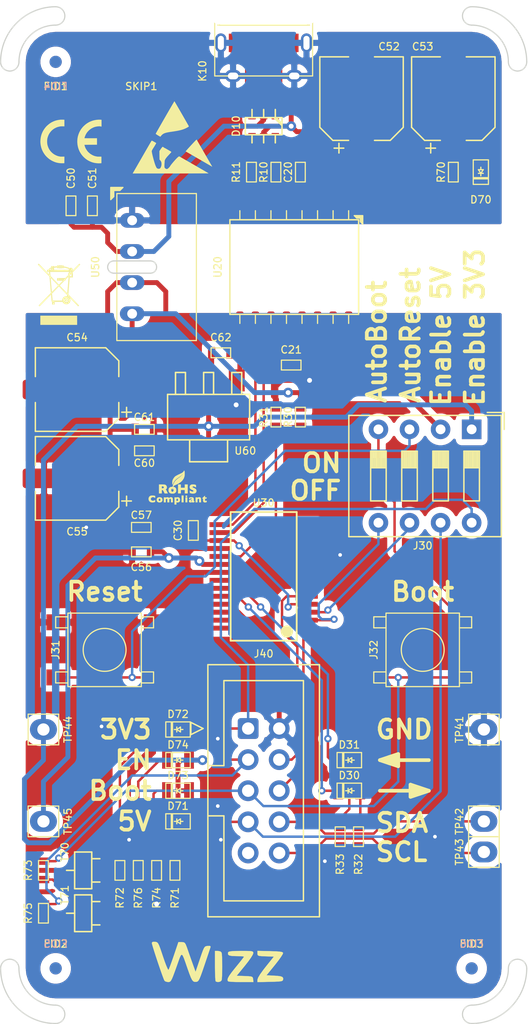
<source format=kicad_pcb>
(kicad_pcb (version 20211014) (generator pcbnew)
  (layers (0 "F.Cu" signal) (31 "B.Cu" signal) (34 "B.Paste" user) (35 "F.Paste" user) (36 "B.SilkS" user "B.Silkscreen") (37 "F.SilkS" user "F.Silkscreen") (38 "B.Mask" user) (39 "F.Mask" user) (44 "Edge.Cuts" user))
  (net 0 "")
  (net 1 "GND")
  (net 2 "3V3")
  (net 3 "VUSB")
  (net 4 "Net-(C30-Pad1)")
  (net 5 "GND2")
  (net 6 "VCC")
  (net 7 "Net-(D10-Pad6)")
  (net 8 "Net-(D10-Pad4)")
  (net 9 "Net-(D10-Pad3)")
  (net 10 "Net-(D10-Pad1)")
  (net 11 "Net-(D30-Pad2)")
  (net 12 "Net-(D30-Pad1)")
  (net 13 "Net-(D31-Pad2)")
  (net 14 "Net-(D31-Pad1)")
  (net 15 "Net-(D70-Pad1)")
  (net 16 "Net-(D71-Pad2)")
  (net 17 "Net-(D71-Pad1)")
  (net 18 "Net-(D72-Pad2)")
  (net 19 "Net-(D72-Pad1)")
  (net 20 "Net-(J30-Pad4)")
  (net 21 "Net-(J30-Pad3)")
  (net 22 "Net-(J30-Pad6)")
  (net 23 "Net-(J30-Pad5)")
  (net 24 "Net-(J40-Pad10)")
  (net 25 "Net-(J40-Pad8)")
  (net 26 "Net-(J40-Pad6)")
  (net 27 "Net-(J40-Pad4)")
  (net 28 "Net-(R10-Pad2)")
  (net 29 "Net-(R11-Pad2)")
  (net 30 "Net-(R30-Pad2)")
  (net 31 "Net-(U20-Pad11)")
  (net 32 "Net-(U20-Pad10)")
  (net 33 "Net-(D73-Pad1)")
  (net 34 "Net-(D74-Pad1)")
  (net 35 "Net-(R73-Pad2)")
  (net 36 "Net-(R74-Pad1)")
  (net 37 "Net-(R75-Pad2)")
  (net 38 "Net-(R76-Pad1)")
  (net 39 "Net-(C20-Pad1)")
  (net 40 "Net-(C21-Pad1)")
  (footprint "_obudowy:C_0603" (layer "F.Cu") (at 14.25 -38.75 90)
    (fp_text reference "C30")
    (fp_text value "100n")
  )
  (footprint "_obudowy:C_0603" (layer "F.Cu") (at 4.25 -65.25 90)
    (fp_text reference "C50")
    (fp_text value "100n")
  )
  (footprint "Capacitor_SMD:CP_Elec_6.3x7.7" (layer "F.Cu") (at 4.75 -50.25 180)
    (fp_text reference "C54")
    (fp_text value "220u")
  )
  (footprint "_obudowy:C_0603" (layer "F.Cu") (at 10.25 -45.25)
    (fp_text reference "C60")
    (fp_text value "1u")
  )
  (footprint "_obudowy:C_0603" (layer "F.Cu") (at 10.25 -47)
    (fp_text reference "C61")
    (fp_text value "100n")
  )
  (footprint "_obudowy:C_0603" (layer "F.Cu") (at 16.5 -53.25)
    (fp_text reference "C62")
    (fp_text value "100n")
  )
  (footprint "_obudowy:SOT23-6" (layer "F.Cu") (at 20 -71.75 180)
    (fp_text reference "D10")
    (fp_text value "USBLC6-2")
  )
  (footprint "_obudowy:LED_0805" (layer "F.Cu") (at 27 -17.5)
    (fp_text reference "D30")
    (fp_text value "OF-SMD2012R")
  )
  (footprint "_obudowy:LED_0805" (layer "F.Cu") (at 27 -20)
    (fp_text reference "D31")
    (fp_text value "OF-SMD2012G")
  )
  (footprint "_obudowy:LED_0805" (layer "F.Cu") (at 13 -15)
    (fp_text reference "D71")
    (fp_text value "OF-SMD2012W")
  )
  (footprint "_obudowy:Fiducial_1.00mm_ring0.5mm" (layer "F.Cu") (at 3 -77)
    (fp_text reference "FID1")
    (fp_text value "_FIDUCIAL" hide)
  )
  (footprint "_obudowy:Fiducial_1.00mm_ring0.5mm" (layer "F.Cu") (at 3 -3 180)
    (fp_text reference "FID2")
    (fp_text value "_FIDUCIAL" hide)
  )
  (footprint "w_logo:Logo_silk_CE_5x3.6mm" (layer "F.Cu") (at 4.25 -70.5)
    (fp_text reference "ICON1" hide)
    (fp_text value "CE" hide)
  )
  (footprint "w_logo:Logo_silk_WEEE_3.4x5mm" (layer "F.Cu") (at 3.25 -58)
    (fp_text reference "ICON2" hide)
    (fp_text value "WEEE" hide)
  )
  (footprint "w_logo:Logo_silk_ROHS_5x2.8mm" (layer "F.Cu") (at 13 -42.25)
    (fp_text reference "ICON3" hide)
    (fp_text value "RoHS" hide)
  )
  (footprint "Symbol:ESD-Logo_6.6x6mm_SilkScreen" (layer "F.Cu") (at 12.55 -70.85)
    (fp_text reference "ICON4" hide)
    (fp_text value "ESD" hide)
  )
  (footprint "_obudowy:TACT_6x6_SMD" (layer "F.Cu") (at 7 -29 180)
    (fp_text reference "J31")
    (fp_text value "Reset")
  )
  (footprint "_obudowy:TACT_6x6_SMD" (layer "F.Cu") (at 33 -29 180)
    (fp_text reference "J32")
    (fp_text value "Boot")
  )
  (footprint "_obudowy:USB_Micro_B_Amphenol_10118194-0001LF_PIP" (layer "F.Cu") (at 20 -78.55 180)
    (fp_text reference "K10")
    (fp_text value "USB")
  )
  (footprint "_obudowy:R_0603" (layer "F.Cu") (at 21 -68 -90)
    (fp_text reference "R10")
    (fp_text value "22R")
  )
  (footprint "_obudowy:R_0603" (layer "F.Cu") (at 23 -48 -90)
    (fp_text reference "R30")
    (fp_text value "4k7")
  )
  (footprint "_obudowy:R_0603" (layer "F.Cu") (at 21 -48 90)
    (fp_text reference "R31")
    (fp_text value "10k")
  )
  (footprint "_obudowy:R_0603" (layer "F.Cu") (at 35.5 -68 90)
    (fp_text reference "R70")
    (fp_text value "2k2")
  )
  (footprint "_obudowy:R_0603" (layer "F.Cu") (at 8.25 -11 90)
    (fp_text reference "R72")
    (fp_text value "1k")
  )
  (footprint "Package_SO:SOIC-16W_7.5x10.3mm_P1.27mm" (layer "F.Cu") (at 22.5 -60.25 -90)
    (fp_text reference "U20")
    (fp_text value "ADUM3160")
  )
  (footprint "w_smd_dil:ssop-28" (layer "F.Cu") (at 20 -35 90)
    (fp_text reference "U30")
    (fp_text value "FT232RL")
  )
  (footprint "_obudowy:SOT223" (layer "F.Cu") (at 15.5 -48 180)
    (fp_text reference "U60")
    (fp_text value "1117-3.3")
  )
  (footprint "_obudowy:1pin" (layer "F.Cu") (at 38 -22.5 90)
    (fp_text reference "TP41")
    (fp_text value "GND")
  )
  (footprint "_obudowy:1pin" (layer "F.Cu") (at 38 -15 90)
    (fp_text reference "TP42")
    (fp_text value "SDA")
  )
  (footprint "_obudowy:1pin" (layer "F.Cu") (at 38 -12.5 90)
    (fp_text reference "TP43")
    (fp_text value "SCL")
  )
  (footprint "_obudowy:LED_0805" (layer "F.Cu") (at 13 -17.5)
    (fp_text reference "D73")
    (fp_text value "OF-SMD2012Y")
  )
  (footprint "_obudowy:LED_0805" (layer "F.Cu") (at 13 -20)
    (fp_text reference "D74")
    (fp_text value "OF-SMD2012Y")
  )
  (footprint "_obudowy:R_0603" (layer "F.Cu") (at 2 -11 -90)
    (fp_text reference "R73")
    (fp_text value "10k")
  )
  (footprint "_obudowy:R_0603" (layer "F.Cu") (at 2 -7.5 -90)
    (fp_text reference "R75")
    (fp_text value "10k")
  )
  (footprint "_obudowy:R_0603" (layer "F.Cu") (at 9.75 -11 90)
    (fp_text reference "R76")
    (fp_text value "100R")
  )
  (footprint "_obudowy:Skipmark_1.00mm" (layer "F.Cu") (at 10 -77)
    (fp_text reference "SKIP1")
    (fp_text value "_SKIPMARK" hide)
  )
  (footprint "_obudowy:SOT23" (layer "F.Cu") (at 5.25 -11 90)
    (fp_text reference "T70")
    (fp_text value "BC857")
  )
  (footprint "_obudowy:SOT23" (layer "F.Cu") (at 5.25 -7.5 90)
    (fp_text reference "T71")
    (fp_text value "BC857")
  )
  (footprint "_obudowy:1pin" (layer "F.Cu") (at 2 -22.5 90)
    (fp_text reference "TP44")
    (fp_text value "3V3")
  )
  (footprint "Capacitor_SMD:CP_Elec_6.3x7.7" (layer "F.Cu") (at 28 -74 90)
    (fp_text reference "C52")
    (fp_text value "220u")
  )
  (footprint "Capacitor_SMD:CP_Elec_6.3x7.7" (layer "F.Cu") (at 35.5 -74 90)
    (fp_text reference "C53")
    (fp_text value "220u")
  )
  (footprint "_obudowy:C_0603" (layer "F.Cu") (at 10 -37 180)
    (fp_text reference "C56")
    (fp_text value "10u")
  )
  (footprint "_obudowy:C_0603" (layer "F.Cu") (at 10 -39 180)
    (fp_text reference "C57")
    (fp_text value "100n")
  )
  (footprint "Capacitor_SMD:CP_Elec_6.3x7.7" (layer "F.Cu") (at 4.75 -43 180)
    (fp_text reference "C55")
    (fp_text value "220u")
  )
  (footprint "_obudowy:LED_0805" (layer "F.Cu") (at 13 -22.5)
    (fp_text reference "D72")
    (fp_text value "OF-SMD2012W")
  )
  (footprint "_obudowy:R_0603" (layer "F.Cu") (at 19 -68 -90)
    (fp_text reference "R11")
    (fp_text value "22R")
  )
  (footprint "_obudowy:LED_0805" (layer "F.Cu") (at 37.75 -68 90)
    (fp_text reference "D70")
    (fp_text value "OF-SMD2012W")
  )
  (footprint "_obudowy:Fiducial_1.00mm_ring0.5mm" (layer "F.Cu") (at 37 -3 180)
    (fp_text reference "FID3")
    (fp_text value "_FIDUCIAL" hide)
  )
  (footprint "_obudowy:R_0603" (layer "F.Cu") (at 26.25 -13.75 -90)
    (fp_text reference "R33")
    (fp_text value "100R")
  )
  (footprint "_obudowy:R_0603" (layer "F.Cu") (at 11.25 -11 90)
    (fp_text reference "R74")
    (fp_text value "100R")
  )
  (footprint "_obudowy:AMxS-xxxxSZ" (layer "F.Cu") (at 11.25 -60.25 -90)
    (fp_text reference "U50")
    (fp_text value "AM2S-0505SZ")
  )
  (footprint "_obudowy:1pin" (layer "F.Cu") (at 2 -15 90)
    (fp_text reference "TP45")
    (fp_text value "5V")
  )
  (footprint "Button_Switch_THT:SW_DIP_SPSTx04_Slide_9.78x12.34mm_W7.62mm_P2.54mm" (layer "F.Cu") (at 37 -47 -90)
    (fp_text reference "J30")
    (fp_text value "DIPSW4")
  )
  (footprint "_obudowy:wizzdev-logo-part2" (layer "F.Cu") (at 20 -4)
    (fp_text reference "LOGO2" hide)
    (fp_text value "WizzDev" hide)
  )
  (footprint "_obudowy:wizzdev-logo-part1" (layer "F.Cu") (at 20 -4)
    (fp_text reference "LOGO1" hide)
    (fp_text value "WizzDev" hide)
  )
  (footprint "_obudowy:C_0603" (layer "F.Cu") (at 23 -68 90)
    (fp_text reference "C20")
    (fp_text value "100n")
  )
  (footprint "_obudowy:IDC-Header_2x05_P2.54mm_Vertical" (layer "F.Cu") (at 20 -17.5)
    (fp_text reference "J40")
    (fp_text value "IDC-10")
  )
  (footprint "_obudowy:R_0603" (layer "F.Cu") (at 12.75 -11 90)
    (fp_text reference "R71")
    (fp_text value "2k2")
  )
  (footprint "_obudowy:R_0603" (layer "F.Cu") (at 27.75 -13.75 -90)
    (fp_text reference "R32")
    (fp_text value "100R")
  )
  (footprint "_obudowy:C_0603" (layer "F.Cu") (at 22.25 -52.25)
    (fp_text reference "C21")
    (fp_text value "100n")
  )
  (footprint "_obudowy:C_0603" (layer "F.Cu") (at 6 -65.25 90)
    (fp_text reference "C51")
    (fp_text value "10u")
  )
  (footprint "_obudowy:Fiducial_1.00mm_ring0.5mm" (layer "B.Cu") (at 3 -77 180)
    (fp_text reference "FID4")
    (fp_text value "_FIDUCIAL" hide)
  )
  (footprint "_obudowy:Fiducial_1.00mm_ring0.5mm" (layer "B.Cu") (at 3 -3)
    (fp_text reference "FID5")
    (fp_text value "_FIDUCIAL" hide)
  )
  (footprint "_obudowy:Fiducial_1.00mm_ring0.5mm" (layer "B.Cu") (at 37 -3)
    (fp_text reference "FID6")
    (fp_text value "_FIDUCIAL" hide)
  )
  (gr_line (start 31 -19.5) (end 29.5 -20) (layer "F.SilkS") (width 0.3))
  (gr_line (start 30.75 -20.25) (end 30.75 -19.75) (layer "F.SilkS") (width 0.3))
  (gr_line (start 30.5 -20.25) (end 30.5 -19.75) (layer "F.SilkS") (width 0.3))
  (gr_line (start 30.25 -20.25) (end 30.25 -19.75) (layer "F.SilkS") (width 0.3))
  (gr_line (start 30 -20) (end 30 -20) (layer "F.SilkS") (width 0.3))
  (gr_line (start 32.25 -17.25) (end 32.25 -17.75) (layer "F.SilkS") (width 0.3))
  (gr_line (start 33.5 -17.5) (end 32 -17) (layer "F.SilkS") (width 0.3))
  (gr_line (start 32 -18) (end 33.5 -17.5) (layer "F.SilkS") (width 0.3))
  (gr_line (start 32.75 -17.25) (end 32.75 -17.75) (layer "F.SilkS") (width 0.3))
  (gr_line (start 33 -17.5) (end 33 -17.5) (layer "F.SilkS") (width 0.3))
  (gr_line (start 33.5 -17.5) (end 29.5 -17.5) (layer "F.SilkS") (width 0.3))
  (gr_line (start 32 -17) (end 32 -18) (layer "F.SilkS") (width 0.3))
  (gr_line (start 32.5 -17.25) (end 32.5 -17.75) (layer "F.SilkS") (width 0.3))
  (gr_line (start 29.5 -20) (end 31 -20.5) (layer "F.SilkS") (width 0.3))
  (gr_line (start 29.5 -20) (end 33.5 -20) (layer "F.SilkS") (width 0.3))
  (gr_line (start 31 -20.5) (end 31 -19.5) (layer "F.SilkS") (width 0.3))
  (gr_arc (start 7.75 -59.75) (mid 7.25 -60.25) (end 7.75 -60.75) (layer "Edge.Cuts") (width 0.1))
  (gr_arc (start -1.5 -3) (mid -0.75 -3.75) (end 0 -3) (layer "Edge.Cuts") (width 0.1))
  (gr_arc (start -1.5 -77) (mid -0.181981 -80.181981) (end 3 -81.5) (layer "Edge.Cuts") (width 0.1))
  (gr_arc (start 0 -77) (mid 0.87868 -79.12132) (end 3 -80) (layer "Edge.Cuts") (width 0.1))
  (gr_arc (start 37 -80) (mid 39.12132 -79.12132) (end 40 -77) (layer "Edge.Cuts") (width 0.1))
  (gr_arc (start 40 -3) (mid 39.12132 -0.87868) (end 37 0) (layer "Edge.Cuts") (width 0.1))
  (gr_arc (start 41.5 -3) (mid 40.181981 0.181981) (end 37 1.5) (layer "Edge.Cuts") (width 0.1))
  (gr_line (start 10.75 -59.75) (end 7.75 -59.75) (layer "Edge.Cuts") (width 0.1))
  (gr_arc (start 3 0) (mid 3.75 0.75) (end 3 1.5) (layer "Edge.Cuts") (width 0.1))
  (gr_line (start 7.75 -60.75) (end 10.75 -60.75) (layer "Edge.Cuts") (width 0.1))
  (gr_arc (start 37 -80) (mid 36.25 -80.75) (end 37 -81.5) (layer "Edge.Cuts") (width 0.1))
  (gr_arc (start 37 -81.5) (mid 40.181981 -80.181981) (end 41.5 -77) (layer "Edge.Cuts") (width 0.1))
  (gr_arc (start 0 -77) (mid -0.75 -76.25) (end -1.5 -77) (layer "Edge.Cuts") (width 0.1))
  (gr_arc (start 3 -81.5) (mid 3.75 -80.75) (end 3 -80) (layer "Edge.Cuts") (width 0.1))
  (gr_arc (start 37 1.5) (mid 36.25 0.75) (end 37 0) (layer "Edge.Cuts") (width 0.1))
  (gr_arc (start 3 0) (mid 0.87868 -0.87868) (end 0 -3) (layer "Edge.Cuts") (width 0.1))
  (gr_arc (start 40 -3) (mid 40.75 -3.75) (end 41.5 -3) (layer "Edge.Cuts") (width 0.1))
  (gr_arc (start 3 1.5) (mid -0.181981 0.181981) (end -1.5 -3) (layer "Edge.Cuts") (width 0.1))
  (gr_arc (start 41.5 -77) (mid 40.75 -76.25) (end 40 -77) (layer "Edge.Cuts") (width 0.1))
  (gr_arc (start 10.75 -60.75) (mid 11.25 -60.25) (end 10.75 -59.75) (layer "Edge.Cuts") (width 0.1))
  (gr_text "SCL" (at 29 -12.5) (layer "F.SilkS") (effects (font (size 1.5 1.5) (thickness 0.3)) (justify left)))
  (gr_text "GND" (at 29 -22.5) (layer "F.SilkS") (effects (font (size 1.5 1.5) (thickness 0.3)) (justify left)))
  (gr_text "SDA" (at 29 -14.88) (layer "F.SilkS") (effects (font (size 1.5 1.5) (thickness 0.3)) (justify left)))
  (gr_text "3V3" (at 11 -22.5) (layer "F.SilkS") (effects (font (size 1.5 1.5) (thickness 0.3)) (justify right)))
  (gr_text "Boot" (at 11 -17.5) (layer "F.SilkS") (effects (font (size 1.5 1.5) (thickness 0.3)) (justify right)))
  (gr_text "5V" (at 11 -15) (layer "F.SilkS") (effects (font (size 1.5 1.5) (thickness 0.3)) (justify right)))
  (gr_text "EN" (at 11 -20) (layer "F.SilkS") (effects (font (size 1.5 1.5) (thickness 0.3)) (justify right)))
  (gr_text "ON" (at 26.5 -44.25) (layer "F.SilkS") (effects (font (size 1.5 1.5) (thickness 0.3)) (justify right)))
  (gr_text "AutoBoot" (at 29.25 -49 90) (layer "F.SilkS") (effects (font (size 1.5 1.5) (thickness 0.3)) (justify left)))
  (gr_text "AutoReset" (at 32 -49 90) (layer "F.SilkS") (effects (font (size 1.5 1.5) (thickness 0.3)) (justify left)))
  (gr_text "Enable 5V" (at 34.5 -48.75 90) (layer "F.SilkS") (effects (font (size 1.5 1.5) (thickness 0.3)) (justify left)))
  (gr_text "Enable 3V3" (at 37.25 -48.75 90) (layer "F.SilkS") (effects (font (size 1.5 1.5) (thickness 0.3)) (justify left)))
  (gr_text "OFF" (at 26.5 -42) (layer "F.SilkS") (effects (font (size 1.5 1.5) (thickness 0.3)) (justify right)))
  (segment (start 11.75 -43.5) (end 11 -44.25) (width 0.4) (layer "F.Cu") (net 1))
  (segment (start 25.675 -52.925) (end 25.675 -55.6) (width 0.4) (layer "F.Cu") (net 1))
  (segment (start 11.27 -58.98) (end 12 -58.25) (width 0.4) (layer "F.Cu") (net 1))
  (segment (start 16.4 -35.325) (end 13.825 -35.325) (width 0.4) (layer "F.Cu") (net 1))
  (segment (start 9.25 -37) (end 9.25 -35.4) (width 0.4) (layer "F.Cu") (net 1))
  (segment (start 18.375 -46.625) (end 18.375 -44.125) (width 0.4) (layer "F.Cu") (net 1))
  (segment (start 2.75 -52.25) (end 2.05 -51.55) (width 0.4) (layer "F.Cu") (net 1))
  (segment (start 9.25 -39) (end 9.25 -37) (width 0.4) (layer "F.Cu") (net 1))
  (segment (start 14.25 -43.5) (end 12.75 -43.5) (width 0.4) (layer "F.Cu") (net 1))
  (segment (start 3.02 -37.98) (end 3 -38) (width 0.4) (layer "F.Cu") (net 1))
  (segment (start 1.25 -11) (end 0.75 -10.5) (width 0.4) (layer "F.Cu") (net 1))
  (segment (start 23.6 -34.675) (end 25.075 -34.675) (width 0.4) (layer "F.Cu") (net 1))
  (segment (start 31.124998 -22.5) (end 38 -22.5) (width 0.4) (layer "F.Cu") (net 1))
  (segment (start 18.055 -53.305) (end 18.055 -51.2535) (width 0.4) (layer "F.Cu") (net 1))
  (segment (start 17.25 -53.25) (end 18 -53.25) (width 0.4) (layer "F.Cu") (net 1))
  (segment (start 12 -58.25) (end 12 -56.25) (width 0.4) (layer "F.Cu") (net 1))
  (segment (start 17.925 -32.075) (end 16.4 -32.075) (width 0.4) (layer "F.Cu") (net 1))
  (segment (start 13.225 -37.275) (end 12.75 -37.75) (width 0.4) (layer "F.Cu") (net 1))
  (segment (start 10 -58.98) (end 11.27 -58.98) (width 0.4) (layer "F.Cu") (net 1))
  (segment (start 7.25 -58.25) (end 7.25 -55.25) (width 0.4) (layer "F.Cu") (net 1))
  (segment (start 5.675 -35.325) (end 3.075 -35.325) (width 0.4) (layer "F.Cu") (net 1))
  (segment (start 16.4 -32.725) (end 13.925 -32.725) (width 0.4) (layer "F.Cu") (net 1))
  (segment (start 18.055 -55.6) (end 18.055 -53.305) (width 0.4) (layer "F.Cu") (net 1))
  (segment (start 13.825 -32.825) (end 13.825 -35.325) (width 0.4) (layer "F.Cu") (net 1))
  (segment (start 7.25 -55.25) (end 4.25 -52.25) (width 0.4) (layer "F.Cu") (net 1))
  (segment (start 10 -58.98) (end 8.73 -58.98) (width 0.4) (layer "F.Cu") (net 1))
  (segment (start 18 -53.25) (end 18.055 -53.305) (width 0.4) (layer "F.Cu") (net 1))
  (segment (start 18.375 -44.125) (end 17.75 -43.5) (width 0.4) (layer "F.Cu") (net 1))
  (segment (start 18.575 -34.675) (end 17.925 -35.325) (width 0.4) (layer "F.Cu") (net 1))
  (segment (start 3.02 -31.25) (end 3.02 -35.27) (width 0.4) (layer "F.Cu") (net 1))
  (segment (start 17.80124 -48.94876) (end 17.75 -49) (width 0.4) (layer "F.Cu") (net 1))
  (segment (start 27 -31.25) (end 29.02 -31.25) (width 0.4) (layer "F.Cu") (net 1))
  (segment (start 23 -51) (end 23.75 -51) (width 0.4) (layer "F.Cu") (net 1))
  (segment (start 10.5 -7.5) (end 11.25 -8.25) (width 0.4) (layer "F.Cu") (net 1))
  (segment (start 18.055 -51.2535) (end 17.80124 -50.99974) (width 0.4) (layer "F.Cu") (net 1))
  (segment (start 13.775 -37.275) (end 13.225 -37.275) (width 0.4) (layer "F.Cu") (net 1))
  (segment (start 13.65 -55.6) (end 18.055 -55.6) (width 0.4) (layer "F.Cu") (net 1))
  (segment (start 11 -45.25) (end 11 -47) (width 0.4) (layer "F.Cu") (net 1))
  (segment (start 12.75 -9.75) (end 12.75 -10.25) (width 0.4) (layer "F.Cu") (net 1))
  (segment (start 13.825 -35.325) (end 13.825 -37.225) (width 0.4) (layer "F.Cu") (net 1))
  (segment (start 23 -52.25) (end 23 -51) (width 0.4) (layer "F.Cu") (net 1))
  (segment (start 9.25 -35.4) (end 9.325 -35.325) (width 0.4) (layer "F.Cu") (net 1))
  (segment (start 27 -32.75) (end 25.075 -34.675) (width 0.4) (layer "F.Cu") (net 1))
  (segment (start 11 -44.25) (end 11 -45.25) (width 0.4) (layer "F.Cu") (net 1))
  (segment (start 0.75 -10.5) (end 0.75 -8) (width 0.4) (layer "F.Cu") (net 1))
  (segment (start 13 -31.25) (end 10.98 -31.25) (width 0.4) (layer "F.Cu") (net 1))
  (segment (start 23.6 -34.675) (end 18.575 -34.675) (width 0.4) (layer "F.Cu") (net 1))
  (segment (start 12 -56.25) (end 12.65 -55.6) (width 0.4) (layer "F.Cu") (net 1))
  (segment (start 16.4 -32.075) (end 13.825 -32.075) (width 0.4) (layer "F.Cu") (net 1))
  (segment (start 36.98 -31.25) (end 29.02 -31.25) (width 0.4) (layer "F.Cu") (net 1))
  (segment (start 4.25 -52.25) (end 2.75 -52.25) (width 0.4) (layer "F.Cu") (net 1))
  (segment (start 17.80124 -50.99974) (end 17.80124 -48.80124) (width 0.4) (layer "F.Cu") (net 1))
  (segment (start 13.825 -35.325) (end 9.325 -35.325) (width 0.4) (layer "F.Cu") (net 1))
  (segment (start 3.075 -35.325) (end 3.02 -35.27) (width 0.4) (layer "F.Cu") (net 1))
  (segment (start 13.825 -37.225) (end 13.775 -37.275) (width 0.4) (layer "F.Cu") (net 1))
  (segment (start 2.05 -50.25) (end 2.05 -43) (width 0.4) (layer "F.Cu") (net 1))
  (segment (start 13.925 -32.725) (end 13.825 -32.825) (width 0.4) (layer "F.Cu") (net 1))
  (segment (start 3.02 -35.27) (end 3.02 -37.98) (width 0.4) (layer "F.Cu") (net 1))
  (segment (start 4.19336 -7.5) (end 10.5 -7.5) (width 0.4) (layer "F.Cu") (net 1))
  (segment (start 27 -26.624998) (end 31.124998 -22.5) (width 0.4) (layer "F.Cu") (net 1))
  (segment (start 7.98 -58.98) (end 7.25 -58.25) (width 0.4) (layer "F.Cu") (net 1))
  (segment (start 3 -38) (end 2.05 -38.95) (width 0.4) (layer "F.Cu") (net 1))
  (segment (start 12.75 -39.5) (end 12.75 -43.5) (width 0.4) (layer "F.Cu") (net 1))
  (segment (start 27 -31.25) (end 27 -32.75) (width 0.4) (layer "F.Cu") (net 1))
  (segment (start 21 -50.5) (end 21.5 -51) (width 0.4) (layer "F.Cu") (net 1))
  (segment (start 13.825 -32.075) (end 13 -31.25) (width 0.4) (layer "F.Cu") (net 1))
  (segment (start 11.25 -8.25) (end 12.75 -9.75) (width 0.4) (layer "F.Cu") (net 1))
  (segment (start 0.75 -8) (end 1.299999 -7.450001) (width 0.4) (layer "F.Cu") (net 1))
  (segment (start 9.25 -58.98) (end 7.98 -58.98) (width 0.4) (layer "F.Cu") (net 1))
  (segment (start 7 -11) (end 4.19336 -11) (width 0.4) (layer "F.Cu") (net 1))
  (segment (start 12.75 -43.5) (end 11.75 -43.5) (width 0.4) (layer "F.Cu") (net 1))
  (segment (start 17.75 -43.5) (end 14.25 -43.5) (width 0.4) (layer "F.Cu") (net 1))
  (segment (start 21.27 -22.58) (end 21.27 -28.73) (width 0.4) (layer "F.Cu") (net 1))
  (segment (start 4.143361 -7.450001) (end 4.19336 -7.5) (width 0.4) (layer "F.Cu") (net 1))
  (segment (start 13.825 -32.075) (end 13.825 -32.825) (width 0.4) (layer "F.Cu") (net 1))
  (segment (start 17.80124 -48.80124) (end 17.80124 -48.94876) (width 0.4) (layer "F.Cu") (net 1))
  (segment (start 27 -31.25) (end 27 -26.624998) (width 0.4) (layer "F.Cu") (net 1))
  (segment (start 9.325 -35.325) (end 5.675 -35.325) (width 0.4) (layer "F.Cu") (net 1))
  (segment (start 2.05 -38.95) (end 2.05 -43) (width 0.4) (layer "F.Cu") (net 1))
  (segment (start 4.19336 -11) (end 1.25 -11) (width 0.4) (layer "F.Cu") (net 1))
  (segment (start 12.75 -37.75) (end 12.75 -39.5) (width 0.4) (layer "F.Cu") (net 1))
  (segment (start 12.65 -55.6) (end 13.65 -55.6) (width 0.4) (layer "F.Cu") (net 1))
  (segment (start 17.80124 -47.19876) (end 18.375 -46.625) (width 0.4) (layer "F.Cu") (net 1))
  (segment (start 2.05 -51.55) (end 2.05 -50.25) (width 0.4) (layer "F.Cu") (net 1))
  (segment (start 16.4 -37.275) (end 13.775 -37.275) (width 0.4) (layer "F.Cu") (net 1))
  (segment (start 17.80124 -48.80124) (end 17.80124 -47.19876) (width 0.4) (layer "F.Cu") (net 1))
  (segment (start 1.299999 -7.450001) (end 4.143361 -7.450001) (width 0.4) (layer "F.Cu") (net 1))
  (segment (start 23.75 -51) (end 25.675 -52.925) (width 0.4) (layer "F.Cu") (net 1))
  (segment (start 21 -48.75) (end 21 -50.5) (width 0.4) (layer "F.Cu") (net 1))
  (segment (start 21.5 -51) (end 23 -51) (width 0.4) (layer "F.Cu") (net 1))
  (segment (start 21.27 -28.73) (end 17.925 -32.075) (width 0.4) (layer "F.Cu") (net 1))
  (segment (start 14.25 -39.5) (end 12.75 -39.5) (width 0.4) (layer "F.Cu") (net 1))
  (segment (start 17.925 -35.325) (end 16.4 -35.325) (width 0.4) (layer "F.Cu") (net 1))
  (segment (start 7.75 -10.25) (end 7 -11) (width 0.4) (layer "F.Cu") (net 1))
  (segment (start 8.25 -10.25) (end 7.75 -10.25) (width 0.4) (layer "F.Cu") (net 1))
  (via (at 23.75 -51) (size 0.8) (drill 0.4) (layers "F.Cu" "B.Cu") (net 1))
  (via (at 11.25 -8.25) (size 0.8) (drill 0.4) (layers "F.Cu" "B.Cu") (net 1))
  (via (at 9 -13.5) (size 0.6) (drill 0.3) (layers "F.Cu" "B.Cu") (net 1))
  (via (at 25 -11.75) (size 0.6) (drill 0.3) (layers "F.Cu" "B.Cu") (net 1))
  (via (at 5.5 -39) (size 0.6) (drill 0.3) (layers "F.Cu" "B.Cu") (net 1))
  (via (at 16.25 -16.25) (size 0.6) (drill 0.3) (layers "F.Cu" "B.Cu") (net 1))
  (via (at 16.25 -21.75) (size 0.6) (drill 0.3) (layers "F.Cu" "B.Cu") (net 1))
  (via (at 17.75 -49) (size 0.8) (drill 0.4) (layers "F.Cu" "B.Cu") (net 1))
  (via (at 34 -13.75) (size 0.6) (drill 0.3) (layers "F.Cu" "B.Cu") (net 1))
  (via (at 6.75 -22.75) (size 0.6) (drill 0.3) (layers "F.Cu" "B.Cu") (net 1))
  (via (at 16.5 -13.5) (size 0.6) (drill 0.3) (layers "F.Cu" "B.Cu") (net 1))
  (via (at 26.25 -36.75) (size 0.6) (drill 0.3) (layers "F.Cu" "B.Cu") (net 1))
  (segment (start 22.5 -49) (end 23.75 -50.25) (width 0.4) (layer "B.Cu") (net 1))
  (segment (start 38 -19) (end 38 -22.5) (width 0.4) (layer "B.Cu") (net 1))
  (segment (start 17.75 -49) (end 22.5 -49) (width 0.4) (layer "B.Cu") (net 1))
  (segment (start 27.25 -8.25) (end 38 -19) (width 0.4) (layer "B.Cu") (net 1))
  (segment (start 11.25 -8.25) (end 27.25 -8.25) (width 0.4) (layer "B.Cu") (net 1))
  (segment (start 23.75 -50.25) (end 23.75 -51) (width 0.4) (layer "B.Cu") (net 1))
  (segment (start 26.25 -10.75) (end 16.25 -10.75) (width 0.4) (layer "F.Cu") (net 2))
  (segment (start 26.75 -10.75) (end 26.25 -10.75) (width 0.4) (layer "F.Cu") (net 2))
  (segment (start 13.25 -20) (end 13 -19.75) (width 0.4) (layer "F.Cu") (net 2))
  (segment (start 13 -19.75) (end 13 -18) (width 0.4) (layer "F.Cu") (net 2))
  (segment (start 15.5 -47.25) (end 15.5 -45.00026) (width 0.4) (layer "F.Cu") (net 2))
  (segment (start 13 -17.5) (end 13.9 -17.5) (width 0.4) (layer "F.Cu") (net 2))
  (segment (start 26.25 -13) (end 26.25 -10.75) (width 0.4) (layer "F.Cu") (net 2))
  (segment (start 16.25 -10.75) (end 13 -14) (width 0.4) (layer "F.Cu") (net 2))
  (segment (start 13.9 -20) (end 13.25 -20) (width 0.4) (layer "F.Cu") (net 2))
  (segment (start 13 -14) (end 13 -17.5) (width 0.4) (layer "F.Cu") (net 2))
  (segment (start 15.75 -53.25) (end 15.75 -51.24974) (width 0.4) (layer "F.Cu") (net 2))
  (segment (start 27.75 -13) (end 27.75 -11.75) (width 0.4) (layer "F.Cu") (net 2))
  (segment (start 15.75 -51.24974) (end 15.5 -50.99974) (width 0.4) (layer "F.Cu") (net 2))
  (segment (start 27.75 -11.75) (end 26.75 -10.75) (width 0.4) (layer "F.Cu") (net 2))
  (segment (start 15.5 -50.99974) (end 15.5 -47.25) (width 0.4) (layer "F.Cu") (net 2))
  (segment (start 13 -18) (end 13 -17.5) (width 0.4) (layer "F.Cu") (net 2))
  (segment (start 13.9 -20) (end 15 -20) (width 0.4) (layer "F.Cu") (net 2))
  (via (at 15 -20) (size 0.8) (drill 0.4) (layers "F.Cu" "B.Cu") (net 2))
  (via (at 15.5 -47.25) (size 0.8) (drill 0.4) (layers "F.Cu" "B.Cu") (net 2))
  (segment (start 2.5 -13.25) (end 0.75 -13.25) (width 0.4) (layer "B.Cu") (net 2))
  (segment (start 37 -48.5) (end 37 -47) (width 0.4) (layer "B.Cu") (net 2))
  (segment (start 4.75 -47.25) (end 15.5 -47.25) (width 0.4) (layer "B.Cu") (net 2))
  (segment (start 26.75 -48) (end 27.75 -49) (width 0.4) (layer "B.Cu") (net 2))
  (segment (start 15 -20) (end 9.25 -20) (width 0.4) (layer "B.Cu") (net 2))
  (segment (start 27.75 -49) (end 36.5 -49) (width 0.4) (layer "B.Cu") (net 2))
  (segment (start 0.75 -13.25) (end 0.45001 -13.54999) (width 0.4) (layer "B.Cu") (net 2))
  (segment (start 19.25 -47.25) (end 20 -48) (width 0.4) (layer "B.Cu") (net 2))
  (segment (start 2 -44.5) (end 4.75 -47.25) (width 0.4) (layer "B.Cu") (net 2))
  (segment (start 2 -20) (end 2 -22.5) (width 0.4) (layer "B.Cu") (net 2))
  (segment (start 15.5 -47.25) (end 19.25 -47.25) (width 0.4) (layer "B.Cu") (net 2))
  (segment (start 0.45001 -18.45001) (end 2 -20) (width 0.4) (layer "B.Cu") (net 2))
  (segment (start 0.45001 -13.54999) (end 0.45001 -18.45001) (width 0.4) (layer "B.Cu") (net 2))
  (segment (start 9.25 -20) (end 2.5 -13.25) (width 0.4) (layer "B.Cu") (net 2))
  (segment (start 36.5 -49) (end 37 -48.5) (width 0.4) (layer "B.Cu") (net 2))
  (segment (start 20 -48) (end 26.75 -48) (width 0.4) (layer "B.Cu") (net 2))
  (segment (start 2 -22.5) (end 2 -44.5) (width 0.4) (layer "B.Cu") (net 2))
  (segment (start 20 -70.69336) (end 20 -71.260962) (width 0.4) (layer "F.Cu") (net 3))
  (segment (start 37.75 -70.5) (end 36.95 -71.3) (width 0.4) (layer "F.Cu") (net 3))
  (segment (start 4.25 -63.75) (end 4.25 -64.5) (width 0.4) (layer "F.Cu") (net 3))
  (segment (start 31.2 -66.45) (end 31.2 -71.3) (width 0.4) (layer "F.Cu") (net 3))
  (segment (start 6.75 -63.5) (end 6 -63.5) (width 0.4) (layer "F.Cu") (net 3))
  (segment (start 4.5 -63.5) (end 4.25 -63.75) (width 0.4) (layer "F.Cu") (net 3))
  (segment (start 7.25 -62.25) (end 7.25 -63) (width 0.4) (layer "F.Cu") (net 3))
  (segment (start 31.2 -71.3) (end 28 -71.3) (width 0.4) (layer "F.Cu") (net 3))
  (segment (start 7.98 -61.52) (end 7.25 -62.25) (width 0.4) (layer "F.Cu") (net 3))
  (segment (start 20 -71.260962) (end 20.489038 -71.75) (width 0.4) (layer "F.Cu") (net 3))
  (segment (start 20.489038 -71.75) (end 22.25 -71.75) (width 0.4) (layer "F.Cu") (net 3))
  (segment (start 36.95 -71.3) (end 35.5 -71.3) (width 0.4) (layer "F.Cu") (net 3))
  (segment (start 8.73 -61.52) (end 10 -61.52) (width 0.4) (layer "F.Cu") (net 3))
  (segment (start 7.25 -63) (end 6.75 -63.5) (width 0.4) (layer "F.Cu") (net 3))
  (segment (start 21.3 -74.2) (end 21.3 -75.75) (width 0.4) (layer "F.Cu") (net 3))
  (segment (start 22.7 -71.3) (end 22.95 -71.3) (width 0.4) (layer "F.Cu") (net 3))
  (segment (start 22.95 -71.3) (end 28 -71.3) (width 0.4) (layer "F.Cu") (net 3))
  (segment (start 35.5 -71.3) (end 31.2 -71.3) (width 0.4) (layer "F.Cu") (net 3))
  (segment (start 6 -63.5) (end 4.5 -63.5) (width 0.4) (layer "F.Cu") (net 3))
  (segment (start 22.25 -71.75) (end 22.7 -71.3) (width 0.4) (layer "F.Cu") (net 3))
  (segment (start 29.65 -64.9) (end 31.2 -66.45) (width 0.4) (layer "F.Cu") (net 3))
  (segment (start 9.25 -61.52) (end 7.98 -61.52) (width 0.4) (layer "F.Cu") (net 3))
  (segment (start 22.25 -71.75) (end 22.25 -73.25) (width 0.4) (layer "F.Cu") (net 3))
  (segment (start 22.25 -73.25) (end 21.3 -74.2) (width 0.4) (layer "F.Cu") (net 3))
  (segment (start 9.25 -61.52) (end 8.73 -61.52) (width 0.4) (layer "F.Cu") (net 3))
  (segment (start 6 -64.5) (end 6 -63.5) (width 0.4) (layer "F.Cu") (net 3))
  (segment (start 26.945 -64.9) (end 29.65 -64.9) (width 0.4) (layer "F.Cu") (net 3))
  (segment (start 37.75 -68.9) (end 37.75 -70.5) (width 0.4) (layer "F.Cu") (net 3))
  (via (at 22.25 -71.75) (size 0.8) (drill 0.4) (layers "F.Cu" "B.Cu") (net 3))
  (segment (start 12.25 -62.75) (end 11.02 -61.52) (width 0.4) (layer "B.Cu") (net 3))
  (segment (start 22.25 -71.75) (end 16.75 -71.75) (width 0.4) (layer "B.Cu") (net 3))
  (segment (start 12.25 -67.25) (end 12.25 -62.75) (width 0.4) (layer "B.Cu") (net 3))
  (segment (start 11.02 -61.52) (end 10 -61.52) (width 0.4) (layer "B.Cu") (net 3))
  (segment (start 16.75 -71.75) (end 12.25 -67.25) (width 0.4) (layer "B.Cu") (net 3))
  (segment (start 22.225 -32.725) (end 22 -32.5) (width 0.2) (layer "F.Cu") (net 4))
  (segment (start 17.575 -37.925) (end 16.4 -37.925) (width 0.2) (layer "F.Cu") (net 4))
  (segment (start 18 -37.5) (end 17.575 -37.925) (width 0.2) (layer "F.Cu") (net 4))
  (segment (start 16.4 -37.925) (end 17.325 -37.925) (width 0.2) (layer "F.Cu") (net 4))
  (segment (start 14.325 -37.925) (end 14.25 -38) (width 0.2) (layer "F.Cu") (net 4))
  (segment (start 16.4 -37.925) (end 14.325 -37.925) (width 0.2) (layer "F.Cu") (net 4))
  (segment (start 22.525 -32.725) (end 23.6 -32.725) (width 0.2) (layer "F.Cu") (net 4))
  (segment (start 22.525 -32.725) (end 22.225 -32.725) (width 0.2) (layer "F.Cu") (net 4))
  (via (at 22 -32.5) (size 0.6) (drill 0.3) (layers "F.Cu" "B.Cu") (net 4))
  (via (at 18 -37.5) (size 0.6) (drill 0.3) (layers "F.Cu" "B.Cu") (net 4))
  (segment (start 18 -37.5) (end 22 -33.5) (width 0.2) (layer "B.Cu") (net 4))
  (segment (start 22 -33.5) (end 22 -32.5) (width 0.2) (layer "B.Cu") (net 4))
  (segment (start 38.470002 -66) (end 39.220002 -66.75) (width 0.4) (layer "F.Cu") (net 5))
  (segment (start 17.5 -78.55) (end 16.5 -78.55) (width 0.4) (layer "F.Cu") (net 5))
  (segment (start 35.5 -67.25) (end 35.5 -66.75) (width 0.4) (layer "F.Cu") (net 5))
  (segment (start 18.7 -74.2) (end 18.7 -75.75) (width 0.4) (layer "F.Cu") (net 5))
  (segment (start 4.25 -66) (end 4.25 -66.75) (width 0.4) (layer "F.Cu") (net 5))
  (segment (start 18 -73.5) (end 18.7 -74.2) (width 0.4) (layer "F.Cu") (net 5))
  (segment (start 18 -71.75) (end 18 -72.334038) (width 0.4) (layer "F.Cu") (net 5))
  (segment (start 18 -71.75) (end 19.5 -71.75) (width 0.4) (layer "F.Cu") (net 5))
  (segment (start 36.25 -66) (end 38.470002 -66) (width 0.4) (layer "F.Cu") (net 5))
  (segment (start 19.5 -71.75) (end 20 -72.25) (width 0.4) (layer "F.Cu") (net 5))
  (segment (start 19 -78.55) (end 17.5 -78.55) (width 0.4) (layer "F.Cu") (net 5))
  (segment (start 25.675 -64.9) (end 25.675 -67.325) (width 0.4) (layer "F.Cu") (net 5))
  (segment (start 18 -64.955) (end 18.055 -64.9) (width 0.4) (layer "F.Cu") (net 5))
  (segment (start 9.25 -64.06) (end 9.25 -65.5) (width 0.4) (layer "F.Cu") (net 5))
  (segment (start 19 -78.55) (end 21 -78.55) (width 0.4) (layer "F.Cu") (net 5))
  (segment (start 18 -68) (end 18 -64.955) (width 0.4) (layer "F.Cu") (net 5))
  (segment (start 23 -68) (end 23 -68.75) (width 0.4) (layer "F.Cu") (net 5))
  (segment (start 39.25 -66.75) (end 39.25 -74.5) (width 0.4) (layer "F.Cu") (net 5))
  (segment (start 28 -76.7) (end 35.5 -76.7) (width 0.4) (layer "F.Cu") (net 5))
  (segment (start 20 -72.25) (end 20 -72.80664) (width 0.4) (layer "F.Cu") (net 5))
  (segment (start 18.6 -75.85) (end 18.7 -75.75) (width 0.4) (layer "F.Cu") (net 5))
  (segment (start 18 -70) (end 18 -71.75) (width 0.4) (layer "F.Cu") (net 5))
  (segment (start 22.5 -77) (end 24.75 -77) (width 0.4) (layer "F.Cu") (net 5))
  (segment (start 22.5 -78.55) (end 22.5 -77) (width 0.4) (layer "F.Cu") (net 5))
  (segment (start 23 -68) (end 18 -68) (width 0.4) (layer "F.Cu") (net 5))
  (segment (start 25 -68) (end 23 -68) (width 0.4) (layer "F.Cu") (net 5))
  (segment (start 24.75 -77) (end 25.05 -76.7) (width 0.4) (layer "F.Cu") (net 5))
  (segment (start 22.5 -78.55) (end 23.5 -78.55) (width 0.4) (layer "F.Cu") (net 5))
  (segment (start 25.05 -76.7) (end 28 -76.7) (width 0.4) (layer "F.Cu") (net 5))
  (segment (start 37.05 -76.7) (end 35.5 -76.7) (width 0.4) (layer "F.Cu") (net 5))
  (segment (start 22.5 -77) (end 22.5 -75.85) (width 0.4) (layer "F.Cu") (net 5))
  (segment (start 9.25 -65.5) (end 9.25 -67) (width 0.4) (layer "F.Cu") (net 5))
  (segment (start 39.25 -74.5) (end 37.05 -76.7) (width 0.4) (layer "F.Cu") (net 5))
  (segment (start 13.75 -70) (end 18 -70) (width 0.4) (layer "F.Cu") (net 5))
  (segment (start 35.5 -66.75) (end 36.25 -66) (width 0.4) (layer "F.Cu") (net 5))
  (segment (start 4.25 -66.75) (end 4.5 -67) (width 0.4) (layer "F.Cu") (net 5))
  (segment (start 21 -78.55) (end 22.5 -78.55) (width 0.4) (layer "F.Cu") (net 5))
  (segment (start 10.75 -67) (end 13.75 -70) (width 0.4) (layer "F.Cu") (net 5))
  (segment (start 39.220002 -66.75) (end 39.25 -66.75) (width 0.4) (layer "F.Cu") (net 5))
  (segment (start 18 -68) (end 18 -70) (width 0.4) (layer "F.Cu") (net 5))
  (segment (start 18 -72.334038) (end 18 -73.5) (width 0.4) (layer "F.Cu") (net 5))
  (segment (start 4.5 -67) (end 9.25 -67) (width 0.4) (layer "F.Cu") (net 5))
  (segment (start 17.5 -78.55) (end 17.5 -75.85) (width 0.4) (layer "F.Cu") (net 5))
  (segment (start 25.675 -67.325) (end 25 -68) (width 0.4) (layer "F.Cu") (net 5))
  (segment (start 17.5 -75.85) (end 18.6 -75.85) (width 0.4) (layer "F.Cu") (net 5))
  (segment (start 9.25 -67) (end 10.75 -67) (width 0.4) (layer "F.Cu") (net 5))
  (segment (start 9.5 -45.25) (end 7.5 -45.25) (width 0.4) (layer "F.Cu") (net 6))
  (segment (start 28.25 -53.25) (end 26.945 -54.555) (width 0.4) (layer "F.Cu") (net 6))
  (segment (start 28.25 -50.75) (end 28.25 -50) (width 0.4) (layer "F.Cu") (net 6))
  (segment (start 34.46 -47) (end 31.73 -49.73) (width 0.4) (layer "F.Cu") (net 6))
  (segment (start 7.45 -41.55) (end 8.5 -40.5) (width 0.4) (layer "F.Cu") (net 6))
  (segment (start 28.25 -50.75) (end 28.25 -51.254998) (width 0.4) (layer "F.Cu") (net 6))
  (segment (start 31.46 -50) (end 31.73 -49.73) (width 0.4) (layer "F.Cu") (net 6))
  (segment (start 10.75 -37) (end 11.75 -37) (width 0.4) (layer "F.Cu") (net 6))
  (segment (start 7.45 -43) (end 7.45 -45.3) (width 0.4) (layer "F.Cu") (net 6))
  (segment (start 11.75 -37) (end 12.25 -36.5) (width 0.4) (layer "F.Cu") (net 6))
  (segment (start 10.24974 -50.99974) (end 9.5 -50.25) (width 0.4) (layer "F.Cu") (net 6))
  (segment (start 9.25 -54.5) (end 7.45 -52.7) (width 0.4) (layer "F.Cu") (net 6))
  (segment (start 9.25 -56.44) (end 9.25 -54.5) (width 0.4) (layer "F.Cu") (net 6))
  (segment (start 10.75 -39.75) (end 10.75 -39) (width 0.4) (layer "F.Cu") (net 6))
  (segment (start 23 -50) (end 22 -50) (width 0.4) (layer "F.Cu") (net 6))
  (segment (start 14.75 -36.25) (end 15.025 -35.975) (width 0.4) (layer "F.Cu") (net 6))
  (segment (start 13.19876 -50.99974) (end 10.24974 -50.99974) (width 0.4) (layer "F.Cu") (net 6))
  (segment (start 10.75 -37) (end 10.75 -39) (width 0.4) (layer "F.Cu") (net 6))
  (segment (start 7.5 -47) (end 7.45 -47.05) (width 0.4) (layer "F.Cu") (net 6))
  (segment (start 28.25 -50) (end 31.46 -50) (width 0.4) (layer "F.Cu") (net 6))
  (segment (start 7.5 -45.25) (end 7.45 -45.3) (width 0.4) (layer "F.Cu") (net 6))
  (segment (start 9.5 -50.25) (end 7.45 -50.25) (width 0.4) (layer "F.Cu") (net 6))
  (segment (start 23 -50) (end 23 -48.75) (width 0.4) (layer "F.Cu") (net 6))
  (segment (start 23 -50) (end 28.25 -50) (width 0.4) (layer "F.Cu") (net 6))
  (segment (start 26.945 -54.555) (end 26.945 -55.6) (width 0.4) (layer "F.Cu") (net 6))
  (segment (start 7.45 -43) (end 7.45 -41.55) (width 0.4) (layer "F.Cu") (net 6))
  (segment (start 8.5 -40.5) (end 10 -40.5) (width 0.4) (layer "F.Cu") (net 6))
  (segment (start 28.25 -51.254998) (end 28.25 -53.25) (width 0.4) (layer "F.Cu") (net 6))
  (segment (start 10 -40.5) (end 10.75 -39.75) (width 0.4) (layer "F.Cu") (net 6))
  (segment (start 7.45 -45.3) (end 7.45 -47.05) (width 0.4) (layer "F.Cu") (net 6))
  (segment (start 7.45 -47.05) (end 7.45 -50.25) (width 0.4) (layer "F.Cu") (net 6))
  (segment (start 7.45 -52.7) (end 7.45 -50.25) (width 0.4) (layer "F.Cu") (net 6))
  (segment (start 9.5 -47) (end 7.5 -47) (width 0.4) (layer "F.Cu") (net 6))
  (segment (start 15.025 -35.975) (end 16.4 -35.975) (width 0.4) (layer "F.Cu") (net 6))
  (via (at 22 -50) (size 0.8) (drill 0.4) (layers "F.Cu" "B.Cu") (net 6))
  (via (at 12.25 -36.5) (size 0.8) (drill 0.4) (layers "F.Cu" "B.Cu") (net 6))
  (via (at 14.75 -36.25) (size 0.8) (drill 0.4) (layers "F.Cu" "B.Cu") (net 6))
  (segment (start 6.25 -36.5) (end 12.25 -36.5) (width 0.4) (layer "B.Cu") (net 6))
  (segment (start 19.25 -50) (end 12.81 -56.44) (width 0.4) (layer "B.Cu") (net 6))
  (segment (start 12.25 -36.5) (end 14.5 -36.5) (width 0.4) (layer "B.Cu") (net 6))
  (segment (start 2 -15) (end 2 -18.25) (width 0.4) (layer "B.Cu") (net 6))
  (segment (start 4 -34.25) (end 6.25 -36.5) (width 0.4) (layer "B.Cu") (net 6))
  (segment (start 11.31 -56.44) (end 10 -56.44) (width 0.4) (layer "B.Cu") (net 6))
  (segment (start 14.5 -36.5) (end 14.75 -36.25) (width 0.4) (layer "B.Cu") (net 6))
  (segment (start 4 -20.25) (end 4 -34.25) (width 0.4) (layer "B.Cu") (net 6))
  (segment (start 11.31 -56.44) (end 9.25 -56.44) (width 0.4) (layer "B.Cu") (net 6))
  (segment (start 2 -18.25) (end 4 -20.25) (width 0.4) (layer "B.Cu") (net 6))
  (segment (start 22 -50) (end 19.25 -50) (width 0.4) (layer "B.Cu") (net 6))
  (segment (start 12.81 -56.44) (end 11.31 -56.44) (width 0.4) (layer "B.Cu") (net 6))
  (segment (start 20.9525 -68.7975) (end 21 -68.75) (width 0.2) (layer "F.Cu") (net 7))
  (segment (start 20.9525 -70.69336) (end 20.9525 -68.7975) (width 0.2) (layer "F.Cu") (net 7))
  (segment (start 19 -70.64586) (end 19.0475 -70.69336) (width 0.2) (layer "F.Cu") (net 8))
  (segment (start 19 -68.75) (end 19 -70.64586) (width 0.2) (layer "F.Cu") (net 8))
  (segment (start 20 -74.75) (end 19.0475 -73.7975) (width 0.2) (layer "F.Cu") (net 9))
  (segment (start 19.0475 -73.7975) (end 19.0475 -72.80664) (width 0.2) (layer "F.Cu") (net 9))
  (segment (start 20 -75.75) (end 20 -74.75) (width 0.2) (layer "F.Cu") (net 9))
  (segment (start 20.65 -74.1) (end 20.9525 -73.7975) (width 0.2) (layer "F.Cu") (net 10))
  (segment (start 20.9525 -73.7975) (end 20.9525 -72.80664) (width 0.2) (layer "F.Cu") (net 10))
  (segment (start 20.65 -75.75) (end 20.65 -74.1) (width 0.2) (layer "F.Cu") (net 10))
  (segment (start 27.75 -14.5) (end 27.75 -15.5) (width 0.2) (layer "F.Cu") (net 11))
  (segment (start 27.75 -15.5) (end 27.9 -15.65) (width 0.2) (layer "F.Cu") (net 11))
  (segment (start 27.9 -15.65) (end 27.9 -17.5) (width 0.2) (layer "F.Cu") (net 11))
  (segment (start 26.1 -17.5) (end 24.75 -17.5) (width 0.2) (layer "F.Cu") (net 12))
  (segment (start 17.225 -34.025) (end 18.75 -32.5) (width 0.2) (layer "F.Cu") (net 12))
  (segment (start 16.4 -34.025) (end 17.225 -34.025) (width 0.2) (layer "F.Cu") (net 12))
  (via (at 18.75 -32.5) (size 0.6) (drill 0.3) (layers "F.Cu" "B.Cu") (net 12))
  (via (at 24.75 -17.5) (size 0.6) (drill 0.3) (layers "F.Cu" "B.Cu") (net 12))
  (segment (start 24.75 -20.25) (end 24.75 -26.5) (width 0.2) (layer "B.Cu") (net 12))
  (segment (start 24.75 -26.5) (end 18.75 -32.5) (width 0.2) (layer "B.Cu") (net 12))
  (segment (start 24.75 -20.25) (end 24.75 -17.5) (width 0.2) (layer "B.Cu") (net 12))
  (segment (start 27 -19.75) (end 27.25 -20) (width 0.2) (layer "F.Cu") (net 13))
  (segment (start 27.25 -20) (end 27.9 -20) (width 0.2) (layer "F.Cu") (net 13))
  (segment (start 27 -16) (end 27 -19.75) (width 0.2) (layer "F.Cu") (net 13))
  (segment (start 26.25 -14.5) (end 26.25 -15.25) (width 0.2) (layer "F.Cu") (net 13))
  (segment (start 26.25 -15.25) (end 27 -16) (width 0.2) (layer "F.Cu") (net 13))
  (segment (start 17.575 -34.675) (end 19.75 -32.5) (width 0.2) (layer "F.Cu") (net 14))
  (segment (start 25.5 -20) (end 26.1 -20) (width 0.2) (layer "F.Cu") (net 14))
  (segment (start 25.25 -20.25) (end 25.5 -20) (width 0.2) (layer "F.Cu") (net 14))
  (segment (start 16.4 -34.675) (end 17.575 -34.675) (width 0.2) (layer "F.Cu") (net 14))
  (segment (start 25.25 -21.75) (end 25.25 -20.25) (width 0.2) (layer "F.Cu") (net 14))
  (via (at 25.25 -21.75) (size 0.6) (drill 0.3) (layers "F.Cu" "B.Cu") (net 14))
  (via (at 19.75 -32.5) (size 0.6) (drill 0.3) (layers "F.Cu" "B.Cu") (net 14))
  (segment (start 25 -27.25) (end 19.75 -32.5) (width 0.2) (layer "B.Cu") (net 14))
  (segment (start 25.25 -27) (end 25 -27.25) (width 0.2) (layer "B.Cu") (net 14))
  (segment (start 25.25 -21.75) (end 25.25 -27) (width 0.2) (layer "B.Cu") (net 14))
  (segment (start 35.75 -68) (end 37.5 -68) (width 0.2) (layer "F.Cu") (net 15))
  (segment (start 35.5 -68.75) (end 35.5 -68.25) (width 0.2) (layer "F.Cu") (net 15))
  (segment (start 35.5 -68.25) (end 35.75 -68) (width 0.2) (layer "F.Cu") (net 15))
  (segment (start 37.75 -67.75) (end 37.75 -67.1) (width 0.2) (layer "F.Cu") (net 15))
  (segment (start 37.5 -68) (end 37.75 -67.75) (width 0.2) (layer "F.Cu") (net 15))
  (segment (start 13.94 -14.96) (end 13.9 -15) (width 0.2) (layer "F.Cu") (net 16))
  (segment (start 18.73 -14.96) (end 13.94 -14.96) (width 0.2) (layer "F.Cu") (net 16))
  (segment (start 18.73 -14.96) (end 19.94 -13.75) (width 0.2) (layer "B.Cu") (net 16))
  (segment (start 34.46 -17.46) (end 34.46 -39.38) (width 0.2) (layer "B.Cu") (net 16))
  (segment (start 19.94 -13.75) (end 30.75 -13.75) (width 0.2) (layer "B.Cu") (net 16))
  (segment (start 30.75 -13.75) (end 34.46 -17.46) (width 0.2) (layer "B.Cu") (net 16))
  (segment (start 12.75 -13) (end 12.75 -11.75) (width 0.2) (layer "F.Cu") (net 17))
  (segment (start 12.1 -15) (end 12.1 -13.65) (width 0.2) (layer "F.Cu") (net 17))
  (segment (start 12.1 -13.65) (end 12.75 -13) (width 0.2) (layer "F.Cu") (net 17))
  (segment (start 18.73 -22.58) (end 13.98 -22.58) (width 0.2) (layer "F.Cu") (net 18))
  (segment (start 13.98 -22.58) (end 13.9 -22.5) (width 0.2) (layer "F.Cu") (net 18))
  (segment (start 19.25 -40.5) (end 16.5 -37.75) (width 0.2) (layer "B.Cu") (net 18))
  (segment (start 18.73 -27.77) (end 18.73 -22.58) (width 0.2) (layer "B.Cu") (net 18))
  (segment (start 33.25 -40.5) (end 19.25 -40.5) (width 0.2) (layer "B.Cu") (net 18))
  (segment (start 16.5 -30) (end 18.73 -27.77) (width 0.2) (layer "B.Cu") (net 18))
  (segment (start 37 -39.38) (end 37 -40.5) (width 0.2) (layer "B.Cu") (net 18))
  (segment (start 36.25 -41.25) (end 34 -41.25) (width 0.2) (layer "B.Cu") (net 18))
  (segment (start 16.5 -37.75) (end 16.5 -30) (width 0.2) (layer "B.Cu") (net 18))
  (segment (start 34 -41.25) (end 33.25 -40.5) (width 0.2) (layer "B.Cu") (net 18))
  (segment (start 37 -40.5) (end 36.25 -41.25) (width 0.2) (layer "B.Cu") (net 18))
  (segment (start 11.25 -22.5) (end 12.1 -22.5) (width 0.2) (layer "F.Cu") (net 19))
  (segment (start 8.25 -11.75) (end 8.25 -19.5) (width 0.2) (layer "F.Cu") (net 19))
  (segment (start 8.25 -19.5) (end 11.25 -22.5) (width 0.2) (layer "F.Cu") (net 19))
  (segment (start 38 -26.75) (end 36.98 -26.75) (width 0.2) (layer "F.Cu") (net 20))
  (segment (start 35.25 -32.5) (end 37.75 -32.5) (width 0.2) (layer "F.Cu") (net 20))
  (segment (start 2 -11.75) (end 3 -11.75) (width 0.2) (layer "F.Cu") (net 20))
  (segment (start 36.98 -26.75) (end 31 -26.75) (width 0.2) (layer "F.Cu") (net 20))
  (segment (start 38.5 -31.75) (end 38.5 -27.25) (width 0.2) (layer "F.Cu") (net 20))
  (segment (start 29.38 -42.37) (end 30.7 -41.05) (width 0.2) (layer "F.Cu") (net 20))
  (segment (start 30.7 -41.05) (end 30.7 -37.05) (width 0.2) (layer "F.Cu") (net 20))
  (segment (start 31 -26.75) (end 29.02 -26.75) (width 0.2) (layer "F.Cu") (net 20))
  (segment (start 29.38 -47) (end 29.38 -42.37) (width 0.2) (layer "F.Cu") (net 20))
  (segment (start 3 -11.75) (end 3.25 -12) (width 0.2) (layer "F.Cu") (net 20))
  (segment (start 37.75 -32.5) (end 38.5 -31.75) (width 0.2) (layer "F.Cu") (net 20))
  (segment (start 30.7 -37.05) (end 35.25 -32.5) (width 0.2) (layer "F.Cu") (net 20))
  (segment (start 38.5 -27.25) (end 38 -26.75) (width 0.2) (layer "F.Cu") (net 20))
  (via (at 31 -26.75) (size 0.6) (drill 0.3) (layers "F.Cu" "B.Cu") (net 20))
  (via (at 3.25 -12) (size 0.6) (drill 0.3) (layers "F.Cu" "B.Cu") (net 20))
  (segment (start 8.75 -17.5) (end 18.73 -17.5) (width 0.2) (layer "B.Cu") (net 20))
  (segment (start 23.75 -16.25) (end 29 -16.25) (width 0.2) (layer "B.Cu") (net 20))
  (segment (start 18.73 -17.5) (end 19.98 -16.25) (width 0.2) (layer "B.Cu") (net 20))
  (segment (start 29 -16.25) (end 31 -18.25) (width 0.2) (layer "B.Cu") (net 20))
  (segment (start 3.25 -12) (end 8.75 -17.5) (width 0.2) (layer "B.Cu") (net 20))
  (segment (start 31 -18.25) (end 31 -26.75) (width 0.2) (layer "B.Cu") (net 20))
  (segment (start 19.98 -16.25) (end 23.75 -16.25) (width 0.2) (layer "B.Cu") (net 20))
  (segment (start 12.25 -26.75) (end 10.98 -26.75) (width 0.2) (layer "F.Cu") (net 21))
  (segment (start 3 -8.25) (end 3.25 -8.5) (width 0.2) (layer "F.Cu") (net 21))
  (segment (start 2 -8.25) (end 3 -8.25) (width 0.2) (layer "F.Cu") (net 21))
  (segment (start 13.5 -21.25) (end 13 -21.75) (width 0.2) (layer "F.Cu") (net 21))
  (segment (start 18.73 -20.04) (end 16.71 -20.04) (width 0.2) (layer "F.Cu") (net 21))
  (segment (start 13 -26) (end 12.25 -26.75) (width 0.2) (layer "F.Cu") (net 21))
  (segment (start 15.5 -21.25) (end 13.5 -21.25) (width 0.2) (layer "F.Cu") (net 21))
  (segment (start 3.02 -26.75) (end 9.25 -26.75) (width 0.2) (layer "F.Cu") (net 21))
  (segment (start 13 -21.75) (end 13 -26) (width 0.2) (layer "F.Cu") (net 21))
  (segment (start 16.71 -20.04) (end 15.5 -21.25) (width 0.2) (layer "F.Cu") (net 21))
  (segment (start 9.25 -26.75) (end 10.98 -26.75) (width 0.2) (layer "F.Cu") (net 21))
  (via (at 9.25 -26.75) (size 0.6) (drill 0.3) (layers "F.Cu" "B.Cu") (net 21))
  (via (at 3.25 -8.5) (size 0.6) (drill 0.3) (layers "F.Cu" "B.Cu") (net 21))
  (segment (start 31.5 -45.25) (end 31.92 -45.67) (width 0.2) (layer "B.Cu") (net 21))
  (segment (start 15.25 -35) (end 16 -35.75) (width 0.2) (layer "B.Cu") (net 21))
  (segment (start 31.92 -45.67) (end 31.92 -47) (width 0.2) (layer "B.Cu") (net 21))
  (segment (start 16 -35.75) (end 16 -39.5) (width 0.2) (layer "B.Cu") (net 21))
  (segment (start 9.25 -30.5) (end 13.75 -35) (width 0.2) (layer "B.Cu") (net 21))
  (segment (start 2.25 -11.740002) (end 9.254999 -18.745001) (width 0.2) (layer "B.Cu") (net 21))
  (segment (start 13.75 -35) (end 15.25 -35) (width 0.2) (layer "B.Cu") (net 21))
  (segment (start 9.254999 -18.745001) (end 17.435001 -18.745001) (width 0.2) (layer "B.Cu") (net 21))
  (segment (start 9.25 -26.75) (end 9.25 -30.5) (width 0.2) (layer "B.Cu") (net 21))
  (segment (start 3.25 -8.5) (end 2.25 -9.5) (width 0.2) (layer "B.Cu") (net 21))
  (segment (start 16 -39.5) (end 21.75 -45.25) (width 0.2) (layer "B.Cu") (net 21))
  (segment (start 21.75 -45.25) (end 31.5 -45.25) (width 0.2) (layer "B.Cu") (net 21))
  (segment (start 2.25 -9.5) (end 2.25 -11.740002) (width 0.2) (layer "B.Cu") (net 21))
  (segment (start 17.435001 -18.745001) (end 18.73 -20.04) (width 0.2) (layer "B.Cu") (net 21))
  (segment (start 23.6 -32.075) (end 25.075 -32.075) (width 0.2) (layer "F.Cu") (net 22))
  (segment (start 25.075 -32.075) (end 25.25 -32.25) (width 0.2) (layer "F.Cu") (net 22))
  (via (at 25.25 -32.25) (size 0.6) (drill 0.3) (layers "F.Cu" "B.Cu") (net 22))
  (segment (start 25.25 -32.25) (end 31.92 -38.92) (width 0.2) (layer "B.Cu") (net 22))
  (segment (start 31.92 -38.92) (end 31.92 -39.38) (width 0.2) (layer "B.Cu") (net 22))
  (segment (start 25.675 -31.425) (end 25.75 -31.5) (width 0.2) (layer "F.Cu") (net 23))
  (segment (start 23.6 -31.425) (end 25.675 -31.425) (width 0.2) (layer "F.Cu") (net 23))
  (via (at 25.75 -31.5) (size 0.6) (drill 0.3) (layers "F.Cu" "B.Cu") (net 23))
  (segment (start 29.38 -37.63) (end 29.38 -39.38) (width 0.2) (layer "B.Cu") (net 23))
  (segment (start 24.75 -31.5) (end 24.5 -31.75) (width 0.2) (layer "B.Cu") (net 23))
  (segment (start 25.75 -31.5) (end 24.75 -31.5) (width 0.2) (layer "B.Cu") (net 23))
  (segment (start 24.5 -32.75) (end 29.38 -37.63) (width 0.2) (layer "B.Cu") (net 23))
  (segment (start 24.5 -31.75) (end 24.5 -32.75) (width 0.2) (layer "B.Cu") (net 23))
  (segment (start 28.899999 -13.600001) (end 30.08 -12.42) (width 0.2) (layer "F.Cu") (net 24))
  (segment (start 23.92 -12.42) (end 25.100001 -13.600001) (width 0.2) (layer "F.Cu") (net 24))
  (segment (start 30.08 -12.42) (end 37.92 -12.42) (width 0.2) (layer "F.Cu") (net 24))
  (segment (start 37.92 -12.42) (end 38 -12.5) (width 0.2) (layer "F.Cu") (net 24))
  (segment (start 25.100001 -13.600001) (end 28.899999 -13.600001) (width 0.2) (layer "F.Cu") (net 24))
  (segment (start 21.27 -12.42) (end 23.92 -12.42) (width 0.2) (layer "F.Cu") (net 24))
  (segment (start 21.27 -14.96) (end 24.04 -14.96) (width 0.2) (layer "F.Cu") (net 25))
  (segment (start 25 -14) (end 29 -14) (width 0.2) (layer "F.Cu") (net 25))
  (segment (start 38 -15) (end 30 -15) (width 0.2) (layer "F.Cu") (net 25))
  (segment (start 29 -14) (end 30 -15) (width 0.2) (layer "F.Cu") (net 25))
  (segment (start 24.04 -14.96) (end 25 -14) (width 0.2) (layer "F.Cu") (net 25))
  (segment (start 23.25 -30) (end 23.6 -30.35) (width 0.2) (layer "F.Cu") (net 26))
  (segment (start 21.27 -17.5) (end 23.25 -19.48) (width 0.2) (layer "F.Cu") (net 26))
  (segment (start 23.6 -30.35) (end 23.6 -30.775) (width 0.2) (layer "F.Cu") (net 26))
  (segment (start 23.25 -19.48) (end 23.25 -30) (width 0.2) (layer "F.Cu") (net 26))
  (segment (start 22.75 -29.25) (end 21.5 -30.5) (width 0.2) (layer "F.Cu") (net 27))
  (segment (start 21.27 -20.04) (end 22.29 -20.04) (width 0.2) (layer "F.Cu") (net 27))
  (segment (start 22.29 -20.04) (end 22.75 -20.5) (width 0.2) (layer "F.Cu") (net 27))
  (segment (start 21.5 -33) (end 21.875 -33.375) (width 0.2) (layer "F.Cu") (net 27))
  (segment (start 22.75 -20.5) (end 22.75 -29.25) (width 0.2) (layer "F.Cu") (net 27))
  (segment (start 21.5 -30.5) (end 21.5 -33) (width 0.2) (layer "F.Cu") (net 27))
  (segment (start 21.875 -33.375) (end 23.6 -33.375) (width 0.2) (layer "F.Cu") (net 27))
  (segment (start 20.595 -64.9) (end 20.595 -66.095) (width 0.2) (layer "F.Cu") (net 28))
  (segment (start 20.595 -66.095) (end 21 -66.5) (width 0.2) (layer "F.Cu") (net 28))
  (segment (start 21 -66.5) (end 21 -67.25) (width 0.2) (layer "F.Cu") (net 28))
  (segment (start 19.325 -64.9) (end 19.325 -66.175) (width 0.2) (layer "F.Cu") (net 29))
  (segment (start 19.325 -66.175) (end 19 -66.5) (width 0.2) (layer "F.Cu") (net 29))
  (segment (start 19 -66.5) (end 19 -67.25) (width 0.2) (layer "F.Cu") (net 29))
  (segment (start 22 -47.25) (end 21 -47.25) (width 0.2) (layer "F.Cu") (net 30))
  (segment (start 16.4 -36.625) (end 18.125 -36.625) (width 0.2) (layer "F.Cu") (net 30))
  (segment (start 22 -47.25) (end 23 -47.25) (width 0.2) (layer "F.Cu") (net 30))
  (segment (start 21 -39.5) (end 21 -47.25) (width 0.2) (layer "F.Cu") (net 30))
  (segment (start 18.125 -36.625) (end 21 -39.5) (width 0.2) (layer "F.Cu") (net 30))
  (segment (start 20 -53.5) (end 20.595 -54.095) (width 0.2) (layer "F.Cu") (net 31))
  (segment (start 17.575 -38.575) (end 20 -41) (width 0.2) (layer "F.Cu") (net 31))
  (segment (start 20 -41) (end 20 -53.5) (width 0.2) (layer "F.Cu") (net 31))
  (segment (start 16.4 -38.575) (end 17.575 -38.575) (width 0.2) (layer "F.Cu") (net 31))
  (segment (start 20.595 -54.095) (end 20.595 -55.6) (width 0.2) (layer "F.Cu") (net 31))
  (segment (start 19.325 -41.075) (end 17.475 -39.225) (width 0.2) (layer "F.Cu") (net 32))
  (segment (start 19.325 -55.6) (end 19.325 -41.075) (width 0.2) (layer "F.Cu") (net 32))
  (segment (start 17.475 -39.225) (end 16.4 -39.225) (width 0.2) (layer "F.Cu") (net 32))
  (segment (start 11.25 -13.5) (end 11.25 -11.75) (width 0.2) (layer "F.Cu") (net 33))
  (segment (start 11 -13.75) (end 11.25 -13.5) (width 0.2) (layer "F.Cu") (net 33))
  (segment (start 11 -17.25) (end 11 -13.75) (width 0.2) (layer "F.Cu") (net 33))
  (segment (start 11.25 -17.5) (end 11 -17.25) (width 0.2) (layer "F.Cu") (net 33))
  (segment (start 12.1 -17.5) (end 11.25 -17.5) (width 0.2) (layer "F.Cu") (net 33))
  (segment (start 9.75 -11.75) (end 9.75 -18.25) (width 0.2) (layer "F.Cu") (net 34))
  (segment (start 11.5 -20) (end 12.1 -20) (width 0.2) (layer "F.Cu") (net 34))
  (segment (start 9.75 -18.25) (end 11.5 -20) (width 0.2) (layer "F.Cu") (net 34))
  (segment (start 6.30664 -10.0475) (end 2.9525 -10.0475) (width 0.2) (layer "F.Cu") (net 35))
  (segment (start 2.75 -10.25) (end 2 -10.25) (width 0.2) (layer "F.Cu") (net 35))
  (segment (start 2.9525 -10.0475) (end 2.75 -10.25) (width 0.2) (layer "F.Cu") (net 35))
  (segment (start 6.7975 -11.9525) (end 6.30664 -11.9525) (width 0.2) (layer "F.Cu") (net 36))
  (segment (start 7.75 -11) (end 6.7975 -11.9525) (width 0.2) (layer "F.Cu") (net 36))
  (segment (start 11 -11) (end 11.25 -10.75) (width 0.2) (layer "F.Cu") (net 36))
  (segment (start 11 -11) (end 7.75 -11) (width 0.2) (layer "F.Cu") (net 36))
  (segment (start 11.25 -10.75) (end 11.25 -10.25) (width 0.2) (layer "F.Cu") (net 36))
  (segment (start 2.75 -6.75) (end 2 -6.75) (width 0.2) (layer "F.Cu") (net 37))
  (segment (start 2.9525 -6.5475) (end 2.75 -6.75) (width 0.2) (layer "F.Cu") (net 37))
  (segment (start 6.30664 -6.5475) (end 2.9525 -6.5475) (width 0.2) (layer "F.Cu") (net 37))
  (segment (start 9.75 -9) (end 9.2025 -8.4525) (width 0.2) (layer "F.Cu") (net 38))
  (segment (start 9.75 -10.25) (end 9.75 -9) (width 0.2) (layer "F.Cu") (net 38))
  (segment (start 9.2025 -8.4525) (end 6.30664 -8.4525) (width 0.2) (layer "F.Cu") (net 38))
  (segment (start 24.405 -66.095) (end 24 -66.5) (width 0.2) (layer "F.Cu") (net 39))
  (segment (start 23.135 -66.385) (end 23.25 -66.5) (width 0.2) (layer "F.Cu") (net 39))
  (segment (start 22.25 -66.5) (end 21.865 -66.115) (width 0.2) (layer "F.Cu") (net 39))
  (segment (start 23 -66.5) (end 22.25 -66.5) (width 0.2) (layer "F.Cu") (net 39))
  (segment (start 21.865 -66.115) (end 21.865 -64.9) (width 0.2) (layer "F.Cu") (net 39))
  (segment (start 24.405 -64.9) (end 24.405 -66.095) (width 0.2) (layer "F.Cu") (net 39))
  (segment (start 23 -67.25) (end 23 -66.5) (width 0.2) (layer "F.Cu") (net 39))
  (segment (start 23.25 -66.5) (end 23 -66.5) (width 0.2) (layer "F.Cu") (net 39))
  (segment (start 23.135 -64.9) (end 23.135 -66.385) (width 0.2) (layer "F.Cu") (net 39))
  (segment (start 24 -66.5) (end 23.25 -66.5) (width 0.2) (layer "F.Cu") (net 39))
  (segment (start 23.25 -54) (end 24.06 -54) (width 0.2) (layer "F.Cu") (net 40))
  (segment (start 21.865 -54.385) (end 21.865 -54.115) (width 0.2) (layer "F.Cu") (net 40))
  (segment (start 24.405 -54.345) (end 24.405 -55.6) (width 0.2) (layer "F.Cu") (net 40))
  (segment (start 22.25 -54) (end 21.98 -54) (width 0.2) (layer "F.Cu") (net 40))
  (segment (start 21.98 -54) (end 21.865 -54.115) (width 0.2) (layer "F.Cu") (net 40))
  (segment (start 21.865 -53.365) (end 21.5 -53) (width 0.2) (layer "F.Cu") (net 40))
  (segment (start 21.865 -54.115) (end 21.865 -53.365) (width 0.2) (layer "F.Cu") (net 40))
  (segment (start 23.135 -55.6) (end 23.135 -54.115) (width 0.2) (layer "F.Cu") (net 40))
  (segment (start 21.5 -53) (end 21.5 -52.25) (width 0.2) (layer "F.Cu") (net 40))
  (segment (start 24.06 -54) (end 24.405 -54.345) (width 0.2) (layer "F.Cu") (net 40))
  (segment (start 21.865 -55.6) (end 21.865 -54.385) (width 0.2) (layer "F.Cu") (net 40))
  (segment (start 23.135 -54.115) (end 23.25 -54) (width 0.2) (layer "F.Cu") (net 40))
  (segment (start 22.25 -54) (end 23.25 -54) (width 0.2) (layer "F.Cu") (net 40))
  (zone (net 1) (net_name "GND") (layer "F.Cu") (connect_pads (clearance 0.499)) (min_thickness 0.249) (fill yes (thermal_gap 0.499) (thermal_bridge_width 0.499))
    (polygon (pts (xy 39.75 -0.25) (xy 0.25 -0.25) (xy 0.212466 -56.5) (xy 39.712466 -56.5)))
  )
  (zone (net 0) (net_name "") (layer "F.Cu") (connect_pads (clearance 0)) (min_thickness 0.249)
    (keepout (tracks allowed) (vias allowed) (pads allowed) (copperpour not_allowed) (footprints allowed))
    (fill (thermal_gap 0.499) (thermal_bridge_width 0.499))
    (polygon (pts (xy 22.99722 -79.55) (xy 24.79722 -79.55) (xy 25.04722 -79.3) (xy 25.24722 -78.95) (xy 25.24722 -78.15) (xy 25.04722 -77.75) (xy 24.74722 -77.55) (xy 22.99722 -77.55)))
  )
  (zone (net 0) (net_name "") (layer "F.Cu") (connect_pads (clearance 0)) (min_thickness 0.249)
    (keepout (tracks allowed) (vias allowed) (pads allowed) (copperpour not_allowed) (footprints allowed))
    (fill (thermal_gap 0.499) (thermal_bridge_width 0.499))
    (polygon (pts (xy 23.245616 -76.3) (xy 23.345616 -76.15) (xy 23.345616 -74.85) (xy 23.295616 -74.55) (xy 23.145616 -74.35) (xy 22.995616 -74.2) (xy 22.745616 -74.15) (xy 22.495616 -74.15) (xy 22.245616 -74.15) (xy 21.995616 -74.2) (xy 21.845616 -74.35) (xy 21.695616 -74.55) (xy 21.645616 -74.85) (xy 21.645616 -76.15) (xy 21.795616 -76.35) (xy 22.045616 -76.5) (xy 22.195616 -76.55) (xy 22.795616 -76.55) (xy 22.995616 -76.475) (xy 23.145616 -76.4)))
  )
  (zone (net 0) (net_name "") (layer "F.Cu") (connect_pads (clearance 0)) (min_thickness 0.249)
    (keepout (tracks allowed) (vias allowed) (pads allowed) (copperpour not_allowed) (footprints allowed))
    (fill (thermal_gap 0.499) (thermal_bridge_width 0.499))
    (polygon (pts (xy 18.25 -76.3) (xy 18.35 -76.15) (xy 18.35 -74.85) (xy 18.3 -74.55) (xy 18.15 -74.35) (xy 18 -74.2) (xy 17.75 -74.15) (xy 17.5 -74.15) (xy 17.25 -74.15) (xy 17 -74.2) (xy 16.85 -74.35) (xy 16.7 -74.55) (xy 16.65 -74.85) (xy 16.65 -76.15) (xy 16.8 -76.35) (xy 17.05 -76.5) (xy 17.2 -76.55) (xy 17.8 -76.55) (xy 18 -76.475) (xy 18.15 -76.4)))
  )
  (zone (net 5) (net_name "GND2") (layer "F.Cu") (connect_pads (clearance 0.499)) (min_thickness 0.249) (fill yes (thermal_gap 0.499) (thermal_bridge_width 0.499))
    (polygon (pts (xy 39.75 -63.75) (xy 0.25 -63.75) (xy 0.25 -79.75) (xy 39.75 -79.75)))
  )
  (zone (net 0) (net_name "") (layer "F.Cu") (connect_pads (clearance 0)) (min_thickness 0.249)
    (keepout (tracks allowed) (vias allowed) (pads allowed) (copperpour not_allowed) (footprints allowed))
    (fill (thermal_gap 0.499) (thermal_bridge_width 0.499))
    (polygon (pts (xy 17 -77.55) (xy 15.2 -77.55) (xy 14.95 -77.8) (xy 14.75 -78.15) (xy 14.75 -78.95) (xy 14.95 -79.35) (xy 15.25 -79.55) (xy 17 -79.55)))
  )
  (zone (net 5) (net_name "GND2") (layer "B.Cu") (connect_pads (clearance 0.499)) (min_thickness 0.249) (fill yes (thermal_gap 0.499) (thermal_bridge_width 0.499))
    (polygon (pts (xy 39.75 -63.75) (xy 0.25 -63.75) (xy 0.25 -79.75) (xy 39.75 -79.75)))
  )
  (zone (net 1) (net_name "GND") (layer "B.Cu") (connect_pads (clearance 0.499)) (min_thickness 0.249) (fill yes (thermal_gap 0.499) (thermal_bridge_width 0.499))
    (polygon (pts (xy 39.75 -0.25) (xy 0.25 -0.25) (xy 0.212466 -56.5) (xy 39.712466 -56.5)))
  )
)
</source>
